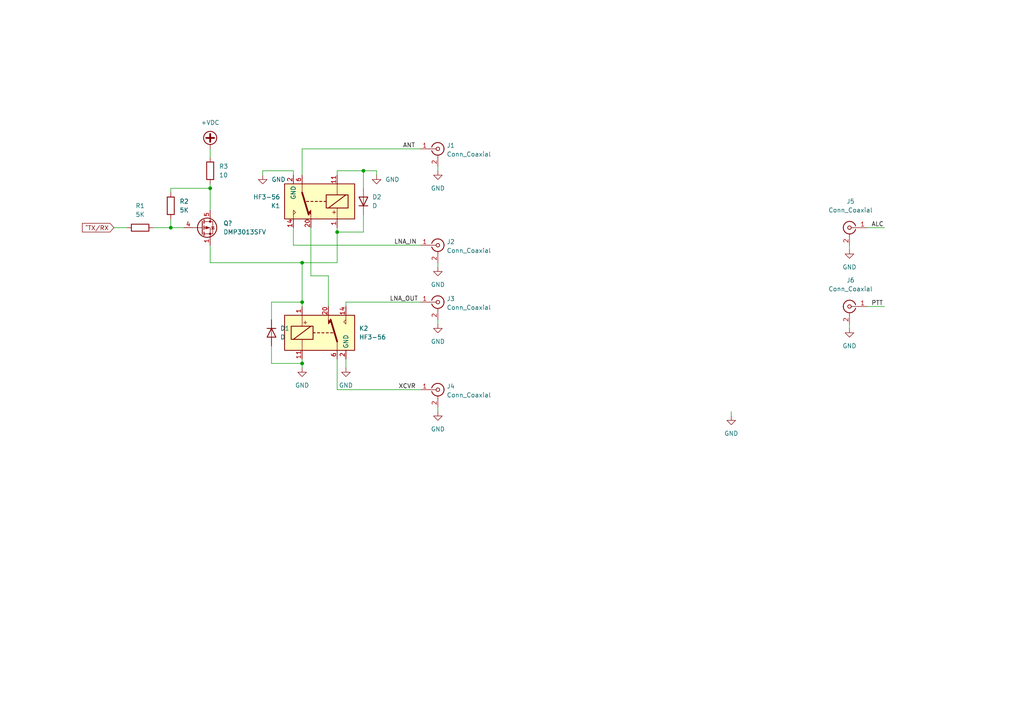
<source format=kicad_sch>
(kicad_sch (version 20211123) (generator eeschema)
  (paper "A4")
  (lib_symbols
    (symbol "Connector:Conn_Coaxial" (pin_names (offset 1.016) hide)
      (property "Reference" "J" (at 0.254 3.048 0))
      (property "Value" "Conn_Coaxial" (at 2.921 0 90))
      (symbol "Conn_Coaxial_0_1"
        (arc (start -1.778 -0.508) (mid 0.222 -1.808) (end 1.778 0) (stroke (width 0.254)))
        (polyline (pts (xy -2.54 0) (xy -0.508 0)))
        (polyline (pts (xy 0 -2.54) (xy 0 -1.778)))
        (circle (center 0 0) (radius 0.508) (stroke (width 0.2032)))
        (arc (start 1.778 0) (mid 0.222 1.8083) (end -1.778 0.508) (stroke (width 0.254)))
      )
      (symbol "Conn_Coaxial_1_1"
        (pin passive line (at -5.08 0 0) (length 2.54) (name "In") (number "1"))
        (pin passive line (at 0 -5.08 90) (length 2.54) (name "Ext") (number "2"))
      )
    )
    (symbol "Device:D" (pin_numbers hide) (pin_names (offset 1.016) hide)
      (property "Reference" "D" (at 0 2.54 0))
      (property "Value" "D" (at 0 -2.54 0))
      (symbol "D_0_1"
        (polyline (pts (xy -1.27 1.27) (xy -1.27 -1.27)) (stroke (width 0.254)))
        (polyline (pts (xy 1.27 0) (xy -1.27 0)))
        (polyline (pts (xy 1.27 1.27) (xy 1.27 -1.27) (xy -1.27 0) (xy 1.27 1.27)) (stroke (width 0.254)))
      )
      (symbol "D_1_1"
        (pin passive line (at -3.81 0 0) (length 2.54) (name "K") (number "1"))
        (pin passive line (at 3.81 0 180) (length 2.54) (name "A") (number "2"))
      )
    )
    (symbol "Device:R" (pin_numbers hide) (pin_names (offset 0))
      (property "Reference" "R" (at 2.032 0 90))
      (property "Value" "R" (at 0 0 90))
      (symbol "R_0_1"
        (rectangle (start -1.016 -2.54) (end 1.016 2.54) (stroke (width 0.254)))
      )
      (symbol "R_1_1"
        (pin passive line (at 0 3.81 270) (length 1.27) (name "~") (number "1"))
        (pin passive line (at 0 -3.81 90) (length 1.27) (name "~") (number "2"))
      )
    )
    (symbol "Relay:HF3-56"
      (property "Reference" "K" (at 11.43 3.81 0))
      (property "Value" "HF3-56" (at 11.43 1.27 0))
      (symbol "HF3-56_0_0"
        (polyline (pts (xy 7.62 5.08) (xy 7.62 2.54) (xy 6.985 3.175) (xy 7.62 3.81)))
        (text "+" (at -4.191 3.048 0) (effects (font (size 1.27 1.27))))
      )
      (symbol "HF3-56_0_1"
        (rectangle (start -10.16 5.08) (end 10.16 -5.08) (stroke (width 0.254)) (fill (type background)))
        (rectangle (start -8.255 1.905) (end -1.905 -1.905) (stroke (width 0.254)))
        (polyline (pts (xy -7.62 -1.905) (xy -2.54 1.905)) (stroke (width 0.254)))
        (polyline (pts (xy -5.08 -5.08) (xy -5.08 -1.905)))
        (polyline (pts (xy -5.08 5.08) (xy -5.08 1.905)))
        (polyline (pts (xy -1.905 0) (xy -1.27 0)) (stroke (width 0.254)))
        (polyline (pts (xy -0.635 0) (xy 0 0)) (stroke (width 0.254)))
        (polyline (pts (xy 0.635 0) (xy 1.27 0)) (stroke (width 0.254)))
        (polyline (pts (xy 1.905 0) (xy 2.54 0)) (stroke (width 0.254)))
        (polyline (pts (xy 3.175 0) (xy 3.81 0)) (stroke (width 0.254)))
        (polyline (pts (xy 5.08 -2.54) (xy 3.175 3.81)) (stroke (width 0.508)))
        (polyline (pts (xy 5.08 -2.54) (xy 5.08 -5.08)))
        (polyline (pts (xy 2.54 5.08) (xy 2.54 2.54) (xy 3.175 3.175) (xy 2.54 3.81)) (fill (type outline)))
      )
      (symbol "HF3-56_1_1"
        (pin passive line (at -5.08 7.62 270) (length 2.54) (name "~") (number "1"))
        (pin passive line (at 7.62 -7.62 90) (length 2.54) hide (name "GND") (number "10"))
        (pin passive line (at -5.08 -7.62 90) (length 2.54) (name "~") (number "11"))
        (pin passive line (at 7.62 -7.62 90) (length 2.54) hide (name "GND") (number "12"))
        (pin passive line (at 7.62 -7.62 90) (length 2.54) hide (name "GND") (number "13"))
        (pin passive line (at 7.62 7.62 270) (length 2.54) (name "~") (number "14"))
        (pin passive line (at 7.62 -7.62 90) (length 2.54) hide (name "GND") (number "15"))
        (pin passive line (at 7.62 -7.62 90) (length 2.54) hide (name "GND") (number "17"))
        (pin passive line (at 7.62 -7.62 90) (length 2.54) hide (name "GND") (number "19"))
        (pin power_in line (at 7.62 -7.62 90) (length 2.54) (name "GND") (number "2"))
        (pin passive line (at 2.54 7.62 270) (length 2.54) (name "~") (number "20"))
        (pin passive line (at 7.62 -7.62 90) (length 2.54) hide (name "GND") (number "21"))
        (pin passive line (at 7.62 -7.62 90) (length 2.54) hide (name "GND") (number "22"))
        (pin passive line (at 7.62 -7.62 90) (length 2.54) hide (name "GND") (number "5"))
        (pin passive line (at 5.08 -7.62 90) (length 2.54) (name "~") (number "6"))
        (pin passive line (at 7.62 -7.62 90) (length 2.54) hide (name "GND") (number "7"))
      )
    )
    (symbol "Transistor_FET:DMP3013SFV" (pin_names hide)
      (property "Reference" "Q" (at 5.08 1.905 0))
      (property "Value" "DMP3013SFV" (at 5.08 0 0))
      (symbol "DMP3013SFV_0_1"
        (polyline (pts (xy 0.254 0) (xy -2.54 0)))
        (polyline (pts (xy 0.254 1.905) (xy 0.254 -1.905)) (stroke (width 0.254)))
        (polyline (pts (xy 0.762 -1.27) (xy 0.762 -2.286)) (stroke (width 0.254)))
        (polyline (pts (xy 0.762 0.508) (xy 0.762 -0.508)) (stroke (width 0.254)))
        (polyline (pts (xy 0.762 2.286) (xy 0.762 1.27)) (stroke (width 0.254)))
        (polyline (pts (xy 2.54 2.54) (xy 2.54 1.778)))
        (polyline (pts (xy 2.54 -2.54) (xy 2.54 0) (xy 0.762 0)))
        (polyline (pts (xy 0.762 1.778) (xy 3.302 1.778) (xy 3.302 -1.778) (xy 0.762 -1.778)))
        (polyline (pts (xy 2.286 0) (xy 1.27 0.381) (xy 1.27 -0.381) (xy 2.286 0)) (fill (type outline)))
        (polyline (pts (xy 2.794 -0.508) (xy 2.921 -0.381) (xy 3.683 -0.381) (xy 3.81 -0.254)))
        (polyline (pts (xy 3.302 -0.381) (xy 2.921 0.254) (xy 3.683 0.254) (xy 3.302 -0.381)))
        (circle (center 1.651 0) (radius 2.794) (stroke (width 0.254)))
        (circle (center 2.54 -1.778) (radius 0.254) (fill (type outline)))
        (circle (center 2.54 1.778) (radius 0.254) (fill (type outline)))
      )
      (symbol "DMP3013SFV_1_1"
        (pin passive line (at 2.54 -5.08 90) (length 2.54) (name "S") (number "1"))
        (pin passive line (at 2.54 -5.08 90) (length 2.54) hide (name "S") (number "2"))
        (pin passive line (at 2.54 -5.08 90) (length 2.54) hide (name "S") (number "3"))
        (pin passive line (at -5.08 0 0) (length 2.54) (name "G") (number "4"))
        (pin passive line (at 2.54 5.08 270) (length 2.54) (name "D") (number "5"))
      )
    )
    (symbol "power:+VDC" (power) (pin_names (offset 0))
      (property "Value" "+VDC" (at 0 6.35 0))
      (symbol "+VDC_0_1"
        (polyline (pts (xy -1.143 3.175) (xy 1.143 3.175)) (stroke (width 0.508)))
        (polyline (pts (xy 0 0) (xy 0 1.27)))
        (polyline (pts (xy 0 2.032) (xy 0 4.318)) (stroke (width 0.508)))
        (circle (center 0 3.175) (radius 1.905) (stroke (width 0.254)))
      )
      (symbol "+VDC_1_1"
        (pin power_in line (at 0 0 90) (length 0) hide (name "+VDC") (number "1"))
      )
    )
    (symbol "power:GND" (power) (pin_names (offset 0))
      (property "Value" "GND" (at 0 -3.81 0))
      (symbol "GND_0_1"
        (polyline (pts (xy 0 0) (xy 0 -1.27) (xy 1.27 -1.27) (xy 0 -2.54) (xy -1.27 -1.27) (xy 0 -1.27)))
      )
      (symbol "GND_1_1"
        (pin power_in line (at 0 0 270) (length 0) hide (name "GND") (number "1"))
      )
    )
  )
  (junction (at 105.41 49.53))
  (junction (at 49.53 66.04))
  (junction (at 97.79 67.31))
  (junction (at 87.63 87.63))
  (junction (at 87.63 105.41))
  (junction (at 87.63 76.2))
  (junction (at 60.96 54.61))
  (wire (pts (xy 87.63 88.9) (xy 87.63 87.63)))
  (wire (pts (xy 95.25 80.01) (xy 95.25 88.9)))
  (wire (pts (xy 49.53 55.88) (xy 49.53 54.61)))
  (wire (pts (xy 49.53 66.04) (xy 53.34 66.04)))
  (wire (pts (xy 97.79 113.03) (xy 121.92 113.03)))
  (wire (pts (xy 78.74 92.71) (xy 78.74 87.63)))
  (wire (pts (xy 97.79 76.2) (xy 87.63 76.2)))
  (wire (pts (xy 121.92 87.63) (xy 100.33 87.63)))
  (wire (pts (xy 212.09 119.38) (xy 212.09 120.65)))
  (wire (pts (xy 85.09 66.04) (xy 85.09 71.12)))
  (wire (pts (xy 87.63 43.18) (xy 87.63 50.8)))
  (wire (pts (xy 251.46 88.9) (xy 256.54 88.9)))
  (wire (pts (xy 44.45 66.04) (xy 49.53 66.04)))
  (wire (pts (xy 127 92.71) (xy 127 93.98)))
  (wire (pts (xy 246.38 93.98) (xy 246.38 95.25)))
  (wire (pts (xy 251.46 66.04) (xy 256.54 66.04)))
  (wire (pts (xy 33.02 66.04) (xy 36.83 66.04)))
  (wire (pts (xy 127 118.11) (xy 127 119.38)))
  (wire (pts (xy 60.96 71.12) (xy 60.96 76.2)))
  (wire (pts (xy 60.96 54.61) (xy 60.96 60.96)))
  (wire (pts (xy 90.17 66.04) (xy 90.17 80.01)))
  (wire (pts (xy 85.09 49.53) (xy 76.2 49.53)))
  (wire (pts (xy 87.63 104.14) (xy 87.63 105.41)))
  (wire (pts (xy 90.17 80.01) (xy 95.25 80.01)))
  (wire (pts (xy 121.92 71.12) (xy 85.09 71.12)))
  (wire (pts (xy 97.79 76.2) (xy 97.79 67.31)))
  (wire (pts (xy 78.74 100.33) (xy 78.74 105.41)))
  (wire (pts (xy 246.38 71.12) (xy 246.38 72.39)))
  (wire (pts (xy 97.79 50.8) (xy 97.79 49.53)))
  (wire (pts (xy 109.22 50.8) (xy 109.22 49.53)))
  (wire (pts (xy 60.96 76.2) (xy 87.63 76.2)))
  (wire (pts (xy 49.53 54.61) (xy 60.96 54.61)))
  (wire (pts (xy 100.33 104.14) (xy 100.33 106.68)))
  (wire (pts (xy 121.92 43.18) (xy 87.63 43.18)))
  (wire (pts (xy 85.09 49.53) (xy 85.09 50.8)))
  (wire (pts (xy 87.63 76.2) (xy 87.63 87.63)))
  (wire (pts (xy 97.79 104.14) (xy 97.79 113.03)))
  (wire (pts (xy 60.96 53.34) (xy 60.96 54.61)))
  (wire (pts (xy 100.33 87.63) (xy 100.33 88.9)))
  (wire (pts (xy 78.74 87.63) (xy 87.63 87.63)))
  (wire (pts (xy 127 48.26) (xy 127 49.53)))
  (wire (pts (xy 105.41 49.53) (xy 109.22 49.53)))
  (wire (pts (xy 105.41 62.23) (xy 105.41 67.31)))
  (wire (pts (xy 105.41 49.53) (xy 105.41 54.61)))
  (wire (pts (xy 105.41 67.31) (xy 97.79 67.31)))
  (wire (pts (xy 49.53 66.04) (xy 49.53 63.5)))
  (wire (pts (xy 87.63 105.41) (xy 87.63 106.68)))
  (wire (pts (xy 60.96 43.18) (xy 60.96 45.72)))
  (wire (pts (xy 97.79 67.31) (xy 97.79 66.04)))
  (wire (pts (xy 97.79 49.53) (xy 105.41 49.53)))
  (wire (pts (xy 76.2 49.53) (xy 76.2 50.8)))
  (wire (pts (xy 127 76.2) (xy 127 77.47)))
  (wire (pts (xy 78.74 105.41) (xy 87.63 105.41)))
  (label "XCVR" (at 115.57 113.03 0))
  (label "ANT" (at 116.84 43.18 0))
  (label "ALC" (at 252.73 66.04 0))
  (label "LNA_OUT" (at 113.03 87.63 0))
  (label "PTT" (at 252.73 88.9 0))
  (label "LNA_IN" (at 114.3 71.12 0))
  (global_label "^TX{slash}RX" (shape input) (at 33.02 66.04 180) (property "Intersheet References" "${INTERSHEET_REFS}" (effects hide)))
  (symbol (lib_id "power:GND") (at 109.22 50.8 0) (mirror y) (unit 1)
    (property "Reference" "#PWR05" (effects hide))
    (property "Value" "GND" (at 111.76 52.0699 0) (effects (justify right)))
  )
  (symbol (lib_id "Connector:Conn_Coaxial") (at 127 71.12 0) (unit 1)
    (property "Reference" "J2" (at 129.54 70.1431 0) (effects (justify left)))
    (property "Value" "Conn_Coaxial" (at 129.54 72.6831 0) (effects (justify left)))
    (property "Datasheet" " ~" (effects hide))
  )
  (symbol (lib_id "power:GND") (at 127 49.53 0) (unit 1)
    (property "Reference" "#PWR06" (effects hide))
    (property "Value" "GND" (at 127 54.61 0))
  )
  (symbol (lib_id "Connector:Conn_Coaxial") (at 246.38 88.9 0) (mirror y) (unit 1)
    (property "Reference" "J6" (at 246.6974 81.28 0))
    (property "Value" "Conn_Coaxial" (at 246.6974 83.82 0))
    (property "Datasheet" " ~" (effects hide))
  )
  (symbol (lib_id "power:GND") (at 127 119.38 0) (unit 1)
    (property "Reference" "#PWR09" (effects hide))
    (property "Value" "GND" (at 127 124.46 0))
  )
  (symbol (lib_id "power:GND") (at 246.38 72.39 0) (unit 1)
    (property "Reference" "#PWR011" (effects hide))
    (property "Value" "GND" (at 246.38 77.47 0))
  )
  (symbol (lib_id "Device:R") (at 49.53 59.69 0) (unit 1)
    (property "Reference" "R2" (at 52.07 58.4199 0) (effects (justify left)))
    (property "Value" "5K" (at 52.07 60.9599 0) (effects (justify left)))
  )
  (symbol (lib_id "power:GND") (at 127 77.47 0) (unit 1)
    (property "Reference" "#PWR07" (effects hide))
    (property "Value" "GND" (at 127 82.55 0))
  )
  (symbol (lib_id "power:GND") (at 100.33 106.68 0) (unit 1)
    (property "Reference" "#PWR04" (effects hide))
    (property "Value" "GND" (at 100.33 111.76 0))
  )
  (symbol (lib_id "Device:D") (at 78.74 96.52 270) (unit 1)
    (property "Reference" "D1" (at 81.28 95.2499 90) (effects (justify left)))
    (property "Value" "D" (at 81.28 97.7899 90) (effects (justify left)))
  )
  (symbol (lib_id "Transistor_FET:DMP3013SFV") (at 58.42 66.04 0) (unit 1)
    (property "Reference" "Q?" (at 64.77 64.7699 0) (effects (justify left)))
    (property "Value" "DMP3013SFV" (at 64.77 67.3099 0) (effects (justify left)))
    (property "Footprint" "Package_SON:Diodes_PowerDI3333-8" (effects hide))
    (property "Datasheet" "https://www.diodes.com/assets/Datasheets/DMP3013SFV.pdf" (effects hide))
  )
  (symbol (lib_id "power:GND") (at 87.63 106.68 0) (unit 1)
    (property "Reference" "#PWR03" (effects hide))
    (property "Value" "GND" (at 87.63 111.76 0))
  )
  (symbol (lib_id "power:GND") (at 127 93.98 0) (unit 1)
    (property "Reference" "#PWR08" (effects hide))
    (property "Value" "GND" (at 127 99.06 0))
  )
  (symbol (lib_id "power:+VDC") (at 60.96 43.18 0) (unit 1)
    (property "Reference" "#PWR01" (effects hide))
    (property "Value" "+VDC" (at 60.96 35.56 0))
  )
  (symbol (lib_id "Relay:HF3-56") (at 92.71 58.42 180) (unit 1)
    (property "Reference" "K1" (at 81.28 59.6901 0) (effects (justify left)))
    (property "Value" "HF3-56" (at 81.28 57.1501 0) (effects (justify left)))
    (property "Footprint" "Relay_SMD:Relay_SPDT_AXICOM_HF3Series_50ohms_Pitch1.27mm" (effects hide))
    (property "Datasheet" "http://hiqsdr.com/images/3/3e/Axicom-HF3.pdf" (effects hide))
  )
  (symbol (lib_id "Device:R") (at 60.96 49.53 0) (unit 1)
    (property "Reference" "R3" (at 63.5 48.2599 0) (effects (justify left)))
    (property "Value" "10" (at 63.5 50.7999 0) (effects (justify left)))
  )
  (symbol (lib_id "Connector:Conn_Coaxial") (at 127 87.63 0) (unit 1)
    (property "Reference" "J3" (at 129.54 86.6531 0) (effects (justify left)))
    (property "Value" "Conn_Coaxial" (at 129.54 89.1931 0) (effects (justify left)))
    (property "Datasheet" " ~" (effects hide))
  )
  (symbol (lib_id "Relay:HF3-56") (at 92.71 96.52 0) (unit 1)
    (property "Reference" "K2" (at 104.14 95.2499 0) (effects (justify left)))
    (property "Value" "HF3-56" (at 104.14 97.7899 0) (effects (justify left)))
    (property "Footprint" "Relay_SMD:Relay_SPDT_AXICOM_HF3Series_50ohms_Pitch1.27mm" (effects hide))
    (property "Datasheet" "http://hiqsdr.com/images/3/3e/Axicom-HF3.pdf" (effects hide))
  )
  (symbol (lib_id "Connector:Conn_Coaxial") (at 127 43.18 0) (unit 1)
    (property "Reference" "J1" (at 129.54 42.2031 0) (effects (justify left)))
    (property "Value" "Conn_Coaxial" (at 129.54 44.7431 0) (effects (justify left)))
    (property "Datasheet" " ~" (effects hide))
  )
  (symbol (lib_id "Connector:Conn_Coaxial") (at 127 113.03 0) (unit 1)
    (property "Reference" "J4" (at 129.54 112.0531 0) (effects (justify left)))
    (property "Value" "Conn_Coaxial" (at 129.54 114.5931 0) (effects (justify left)))
    (property "Datasheet" " ~" (effects hide))
  )
  (symbol (lib_id "power:GND") (at 212.09 120.65 0) (unit 1)
    (property "Reference" "#PWR010" (effects hide))
    (property "Value" "GND" (at 212.09 125.73 0))
  )
  (symbol (lib_id "Connector:Conn_Coaxial") (at 246.38 66.04 0) (mirror y) (unit 1)
    (property "Reference" "J5" (at 246.6974 58.42 0))
    (property "Value" "Conn_Coaxial" (at 246.6974 60.96 0))
    (property "Datasheet" " ~" (effects hide))
  )
  (symbol (lib_id "Device:R") (at 40.64 66.04 90) (unit 1)
    (property "Reference" "R1" (at 40.64 59.69 90))
    (property "Value" "5K" (at 40.64 62.23 90))
  )
  (symbol (lib_id "power:GND") (at 76.2 50.8 0) (unit 1)
    (property "Reference" "#PWR02" (effects hide))
    (property "Value" "GND" (at 78.74 52.0699 0) (effects (justify left)))
  )
  (symbol (lib_id "power:GND") (at 246.38 95.25 0) (unit 1)
    (property "Reference" "#PWR012" (effects hide))
    (property "Value" "GND" (at 246.38 100.33 0))
  )
  (symbol (lib_id "Device:D") (at 105.41 58.42 90) (unit 1)
    (property "Reference" "D2" (at 107.95 57.1499 90) (effects (justify right)))
    (property "Value" "D" (at 107.95 59.6899 90) (effects (justify right)))
  )
)
</source>
